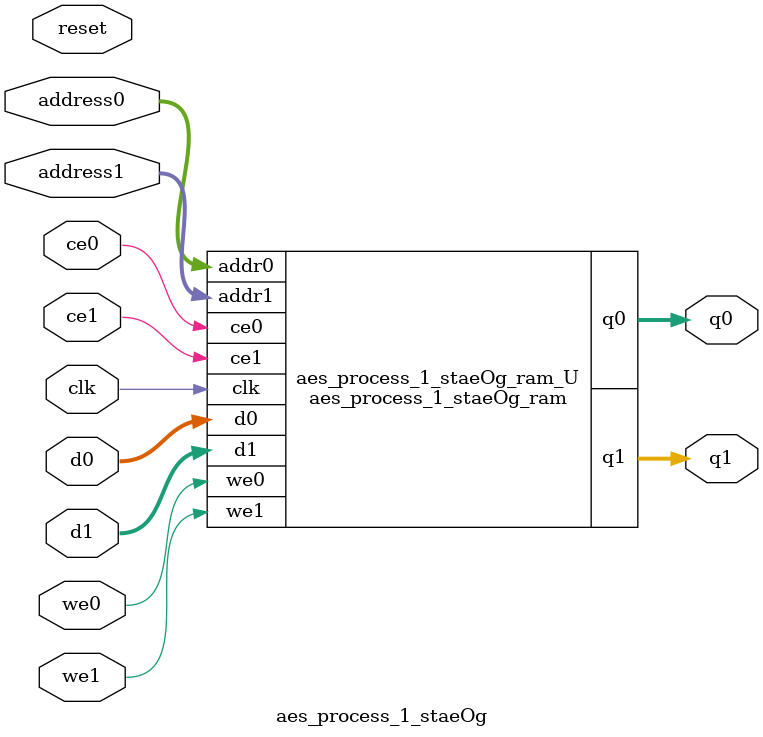
<source format=v>
`timescale 1 ns / 1 ps
module aes_process_1_staeOg_ram (addr0, ce0, d0, we0, q0, addr1, ce1, d1, we1, q1,  clk);

parameter DWIDTH = 16;
parameter AWIDTH = 4;
parameter MEM_SIZE = 16;

input[AWIDTH-1:0] addr0;
input ce0;
input[DWIDTH-1:0] d0;
input we0;
output reg[DWIDTH-1:0] q0;
input[AWIDTH-1:0] addr1;
input ce1;
input[DWIDTH-1:0] d1;
input we1;
output reg[DWIDTH-1:0] q1;
input clk;

(* ram_style = "block" *)reg [DWIDTH-1:0] ram[0:MEM_SIZE-1];




always @(posedge clk)  
begin 
    if (ce0) 
    begin
        if (we0) 
        begin 
            ram[addr0] <= d0; 
        end 
        q0 <= ram[addr0];
    end
end


always @(posedge clk)  
begin 
    if (ce1) 
    begin
        if (we1) 
        begin 
            ram[addr1] <= d1; 
        end 
        q1 <= ram[addr1];
    end
end


endmodule

`timescale 1 ns / 1 ps
module aes_process_1_staeOg(
    reset,
    clk,
    address0,
    ce0,
    we0,
    d0,
    q0,
    address1,
    ce1,
    we1,
    d1,
    q1);

parameter DataWidth = 32'd16;
parameter AddressRange = 32'd16;
parameter AddressWidth = 32'd4;
input reset;
input clk;
input[AddressWidth - 1:0] address0;
input ce0;
input we0;
input[DataWidth - 1:0] d0;
output[DataWidth - 1:0] q0;
input[AddressWidth - 1:0] address1;
input ce1;
input we1;
input[DataWidth - 1:0] d1;
output[DataWidth - 1:0] q1;



aes_process_1_staeOg_ram aes_process_1_staeOg_ram_U(
    .clk( clk ),
    .addr0( address0 ),
    .ce0( ce0 ),
    .we0( we0 ),
    .d0( d0 ),
    .q0( q0 ),
    .addr1( address1 ),
    .ce1( ce1 ),
    .we1( we1 ),
    .d1( d1 ),
    .q1( q1 ));

endmodule


</source>
